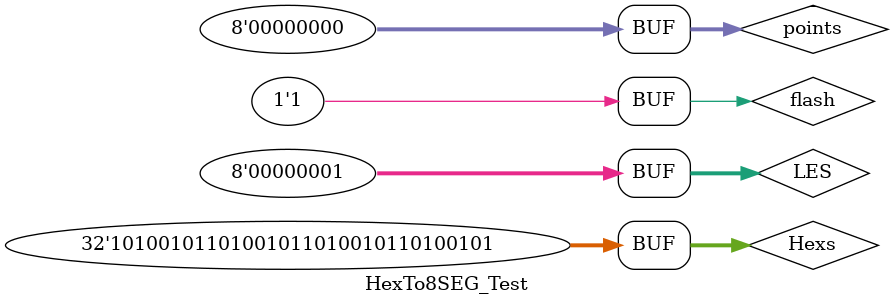
<source format=v>
`timescale 1ns / 1ps


module HexTo8SEG_Test;

	// Inputs
	reg [31:0] Hexs;
	reg [7:0] points;
	reg [7:0] LES;
	reg flash;

	// Outputs
	wire [63:0] SEG_TXT;

	// Instantiate the Unit Under Test (UUT)
	HexTo8SEG uut (
		.Hexs(Hexs), 
		.points(points), 
		.LES(LES), 
		.flash(flash), 
		.SEG_TXT(SEG_TXT)
	);

	initial begin
		// Initialize Inputs
		Hexs = 0;
		points = 0;
		LES = 1;
		flash = 1;
		Hexs = 32'h12345678;
		#100;
		Hexs = 32'hA5A5A5A5;
        
		// Add stimulus here

	end
      
endmodule


</source>
